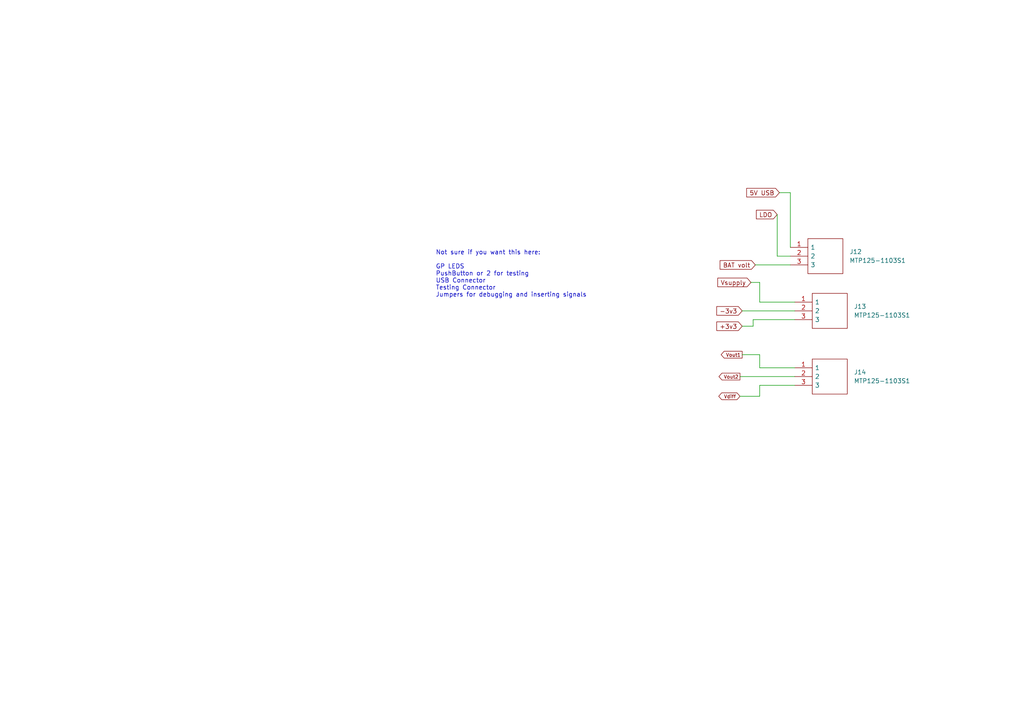
<source format=kicad_sch>
(kicad_sch (version 20211123) (generator eeschema)
  (paper "A4")
  (lib_symbols
    (symbol "SamacSys_Parts_power:MTP125-1103S1" (pin_names (offset 0.762))
      (property "Reference" "J" (at 16.51 7.62 0))
      (property "Value" "MTP125-1103S1" (at 16.51 5.08 0))
      (symbol "MTP125-1103S1_0_0"
        (pin passive line (at 0 0 0) (length 5.08) (name "1") (number "1"))
        (pin passive line (at 0 -2.54 0) (length 5.08) (name "2") (number "2"))
        (pin passive line (at 0 -5.08 0) (length 5.08) (name "3") (number "3"))
      )
      (symbol "MTP125-1103S1_0_1"
        (polyline (pts (xy 5.08 2.54) (xy 15.24 2.54) (xy 15.24 -7.62) (xy 5.08 -7.62) (xy 5.08 2.54)) (stroke (width 0.1524)))
      )
    )
  )
  (wire (pts (xy 220.345 87.63) (xy 220.345 81.915)))
  (wire (pts (xy 229.235 55.88) (xy 226.06 55.88)))
  (wire (pts (xy 218.44 92.71) (xy 218.44 94.615)))
  (wire (pts (xy 220.345 111.76) (xy 220.345 114.935)))
  (wire (pts (xy 230.505 87.63) (xy 220.345 87.63)))
  (wire (pts (xy 215.265 90.17) (xy 230.505 90.17)))
  (wire (pts (xy 215.265 102.87) (xy 220.345 102.87)))
  (wire (pts (xy 230.505 111.76) (xy 220.345 111.76)))
  (wire (pts (xy 214.63 109.22) (xy 230.505 109.22)))
  (wire (pts (xy 230.505 92.71) (xy 218.44 92.71)))
  (wire (pts (xy 220.345 81.915) (xy 217.805 81.915)))
  (wire (pts (xy 229.235 74.295) (xy 225.425 74.295)))
  (wire (pts (xy 218.44 94.615) (xy 215.265 94.615)))
  (wire (pts (xy 220.345 106.68) (xy 220.345 102.87)))
  (wire (pts (xy 229.235 71.755) (xy 229.235 55.88)))
  (wire (pts (xy 219.075 76.835) (xy 229.235 76.835)))
  (wire (pts (xy 214.63 114.935) (xy 220.345 114.935)))
  (wire (pts (xy 225.425 74.295) (xy 225.425 62.23)))
  (wire (pts (xy 230.505 106.68) (xy 220.345 106.68)))
  (text "Not sure if you want this here:\n\nGP LEDS\nPushButton or 2 for testing\nUSB Connector\nTesting Connector\nJumpers for debugging and inserting signals" (at 126.365 86.36 0) (effects (font (size 1.27 1.27)) (justify left bottom)))
  (global_label "LDO" (shape input) (at 225.425 62.23 180) (property "Intersheet References" "${INTERSHEET_REFS}" (effects hide)))
  (global_label "Vsupply" (shape input) (at 217.805 81.915 180) (property "Intersheet References" "${INTERSHEET_REFS}" (effects hide)))
  (global_label "5V USB" (shape input) (at 226.06 55.88 180) (property "Intersheet References" "${INTERSHEET_REFS}" (effects hide)))
  (global_label "Vout1" (shape output) (at 215.265 102.87 180) (effects (font (size 1 1))) (property "Intersheet References" "${INTERSHEET_REFS}" (effects hide)))
  (global_label "Vdiff" (shape bidirectional) (at 214.63 114.935 180) (effects (font (size 1 1))) (property "Intersheet References" "${INTERSHEET_REFS}" (effects hide)))
  (global_label "BAT volt" (shape input) (at 219.075 76.835 180) (property "Intersheet References" "${INTERSHEET_REFS}" (effects hide)))
  (global_label "-3v3" (shape input) (at 215.265 90.17 180) (property "Intersheet References" "${INTERSHEET_REFS}" (effects hide)))
  (global_label "+3v3" (shape input) (at 215.265 94.615 180) (property "Intersheet References" "${INTERSHEET_REFS}" (effects hide)))
  (global_label "Vout2" (shape output) (at 214.63 109.22 180) (effects (font (size 1 1))) (property "Intersheet References" "${INTERSHEET_REFS}" (effects hide)))
  (symbol (lib_id "SamacSys_Parts_power:MTP125-1103S1") (at 229.235 71.755 0) (unit 1)
    (property "Reference" "J12" (at 246.38 73.0249 0) (effects (justify left)))
    (property "Value" "MTP125-1103S1" (at 246.38 75.5649 0) (effects (justify left)))
    (property "Footprint" "SamacSys_Parts:HDRV3W64P0X254_1X3_762X250X885P" (effects hide))
    (property "Datasheet" "https://datasheet.lcsc.com/szlcsc/1901241805_MINTRON-MTP125-1103S1_C358685.pdf" (effects hide))
    (property "Description" "Through Hole,P=2.54mm Pin Header & Female Header" (effects hide))
    (property "Height" "8.85" (effects hide))
    (property "Manufacturer_Name" "MINTRON" (effects hide))
    (property "Manufacturer_Part_Number" "MTP125-1103S1" (effects hide))
  )
  (symbol (lib_id "SamacSys_Parts_power:MTP125-1103S1") (at 230.505 87.63 0) (unit 1)
    (property "Reference" "J13" (at 247.65 88.8999 0) (effects (justify left)))
    (property "Value" "MTP125-1103S1" (at 247.65 91.4399 0) (effects (justify left)))
    (property "Footprint" "SamacSys_Parts:HDRV3W64P0X254_1X3_762X250X885P" (effects hide))
    (property "Datasheet" "https://datasheet.lcsc.com/szlcsc/1901241805_MINTRON-MTP125-1103S1_C358685.pdf" (effects hide))
    (property "Description" "Through Hole,P=2.54mm Pin Header & Female Header" (effects hide))
    (property "Height" "8.85" (effects hide))
    (property "Manufacturer_Name" "MINTRON" (effects hide))
    (property "Manufacturer_Part_Number" "MTP125-1103S1" (effects hide))
  )
  (symbol (lib_id "SamacSys_Parts_power:MTP125-1103S1") (at 230.505 106.68 0) (unit 1)
    (property "Reference" "J14" (at 247.65 107.9499 0) (effects (justify left)))
    (property "Value" "MTP125-1103S1" (at 247.65 110.4899 0) (effects (justify left)))
    (property "Footprint" "SamacSys_Parts:HDRV3W64P0X254_1X3_762X250X885P" (effects hide))
    (property "Datasheet" "https://datasheet.lcsc.com/szlcsc/1901241805_MINTRON-MTP125-1103S1_C358685.pdf" (effects hide))
    (property "Description" "Through Hole,P=2.54mm Pin Header & Female Header" (effects hide))
    (property "Height" "8.85" (effects hide))
    (property "Manufacturer_Name" "MINTRON" (effects hide))
    (property "Manufacturer_Part_Number" "MTP125-1103S1" (effects hide))
  )
)
</source>
